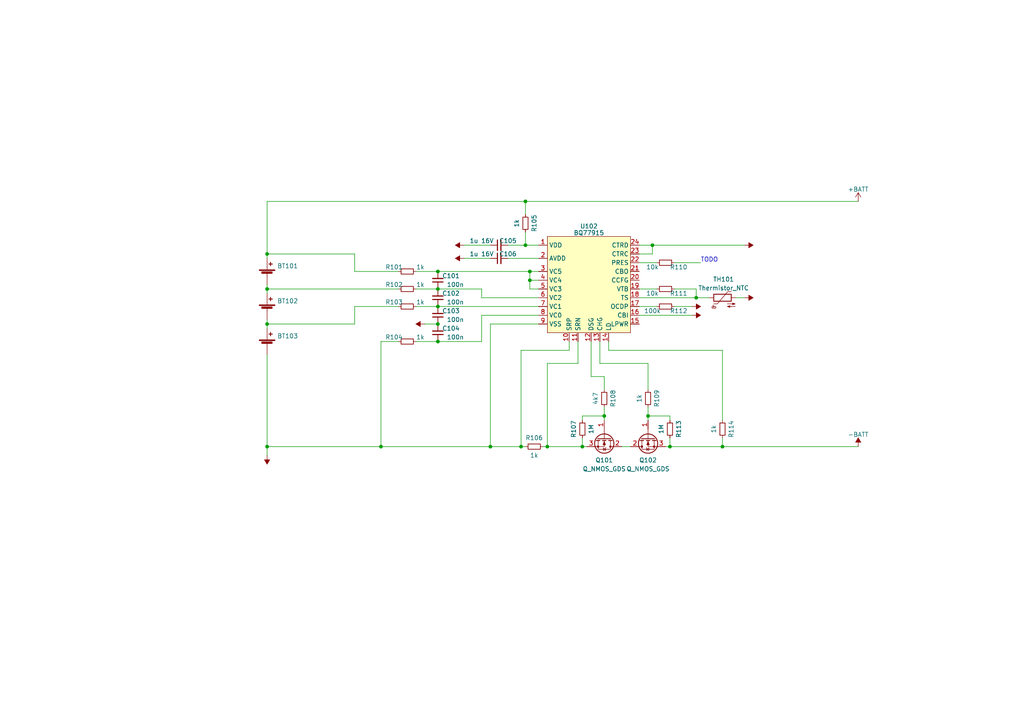
<source format=kicad_sch>
(kicad_sch (version 20230121) (generator eeschema)
  (paper "A4")
  (lib_symbols
    (symbol "Device:Battery_Cell" (pin_numbers hide) (pin_names (offset 0) hide)
      (property "Reference" "BT" (at 2.54 2.54 0))
      (property "Value" "Battery_Cell" (at 2.54 0 0))
      (symbol "Battery_Cell_0_1"
        (rectangle (start -2.286 1.778) (end 2.286 1.524) (fill (type outline)))
        (rectangle (start -1.5748 1.1938) (end 1.4732 0.6858) (fill (type outline)))
        (polyline (pts (xy 0 0.762) (xy 0 0)))
        (polyline (pts (xy 0 1.778) (xy 0 2.54)))
        (polyline (pts (xy 0.508 3.429) (xy 1.524 3.429)) (stroke (width 0.254)))
        (polyline (pts (xy 1.016 3.937) (xy 1.016 2.921)) (stroke (width 0.254)))
      )
      (symbol "Battery_Cell_1_1"
        (pin passive line (at 0 5.08 270) (length 2.54) (name "+") (number "1"))
        (pin passive line (at 0 -2.54 90) (length 2.54) (name "-") (number "2"))
      )
    )
    (symbol "Device:C_Small" (pin_numbers hide) (pin_names (offset 0.254) hide)
      (property "Reference" "C" (at 0.254 1.778 0))
      (property "Value" "C_Small" (at 0.254 -2.032 0))
      (symbol "C_Small_0_1"
        (polyline (pts (xy -1.524 -0.508) (xy 1.524 -0.508)) (stroke (width 0.3302)))
        (polyline (pts (xy -1.524 0.508) (xy 1.524 0.508)) (stroke (width 0.3048)))
      )
      (symbol "C_Small_1_1"
        (pin passive line (at 0 2.54 270) (length 2.032) (name "~") (number "1"))
        (pin passive line (at 0 -2.54 90) (length 2.032) (name "~") (number "2"))
      )
    )
    (symbol "Device:Q_NMOS_GDS" (pin_names (offset 0) hide)
      (property "Reference" "Q" (at 5.08 1.27 0))
      (property "Value" "Q_NMOS_GDS" (at 5.08 -1.27 0))
      (symbol "Q_NMOS_GDS_0_1"
        (polyline (pts (xy 0.254 0) (xy -2.54 0)))
        (polyline (pts (xy 0.254 1.905) (xy 0.254 -1.905)) (stroke (width 0.254)))
        (polyline (pts (xy 0.762 -1.27) (xy 0.762 -2.286)) (stroke (width 0.254)))
        (polyline (pts (xy 0.762 0.508) (xy 0.762 -0.508)) (stroke (width 0.254)))
        (polyline (pts (xy 0.762 2.286) (xy 0.762 1.27)) (stroke (width 0.254)))
        (polyline (pts (xy 2.54 2.54) (xy 2.54 1.778)))
        (polyline (pts (xy 2.54 -2.54) (xy 2.54 0) (xy 0.762 0)))
        (polyline (pts (xy 0.762 -1.778) (xy 3.302 -1.778) (xy 3.302 1.778) (xy 0.762 1.778)))
        (polyline (pts (xy 1.016 0) (xy 2.032 0.381) (xy 2.032 -0.381) (xy 1.016 0)) (fill (type outline)))
        (polyline (pts (xy 2.794 0.508) (xy 2.921 0.381) (xy 3.683 0.381) (xy 3.81 0.254)))
        (polyline (pts (xy 3.302 0.381) (xy 2.921 -0.254) (xy 3.683 -0.254) (xy 3.302 0.381)))
        (circle (center 1.651 0) (radius 2.794) (stroke (width 0.254)))
        (circle (center 2.54 -1.778) (radius 0.254) (fill (type outline)))
        (circle (center 2.54 1.778) (radius 0.254) (fill (type outline)))
      )
      (symbol "Q_NMOS_GDS_1_1"
        (pin input line (at -5.08 0 0) (length 2.54) (name "G") (number "1"))
        (pin passive line (at 2.54 5.08 270) (length 2.54) (name "D") (number "2"))
        (pin passive line (at 2.54 -5.08 90) (length 2.54) (name "S") (number "3"))
      )
    )
    (symbol "Device:R_Small" (pin_numbers hide) (pin_names (offset 0.254) hide)
      (property "Reference" "R" (at 0.762 0.508 0))
      (property "Value" "R_Small" (at 0.762 -1.016 0))
      (symbol "R_Small_0_1"
        (rectangle (start -0.762 1.778) (end 0.762 -1.778) (stroke (width 0.2032)))
      )
      (symbol "R_Small_1_1"
        (pin passive line (at 0 2.54 270) (length 0.762) (name "~") (number "1"))
        (pin passive line (at 0 -2.54 90) (length 0.762) (name "~") (number "2"))
      )
    )
    (symbol "Device:Thermistor_NTC" (pin_numbers hide) (pin_names (offset 0))
      (property "Reference" "TH" (at -4.445 0 90))
      (property "Value" "Thermistor_NTC" (at 3.175 0 90))
      (symbol "Thermistor_NTC_0_1"
        (arc (start -3.048 2.159) (mid -3.0495 2.3143) (end -3.175 2.413))
        (arc (start -3.048 2.159) (mid -2.9736 1.9794) (end -2.794 1.905))
        (arc (start -3.048 2.794) (mid -2.9736 2.6144) (end -2.794 2.54))
        (arc (start -2.794 1.905) (mid -2.6144 1.9794) (end -2.54 2.159))
        (arc (start -2.794 2.54) (mid -2.4393 2.5587) (end -2.159 2.794))
        (arc (start -2.794 3.048) (mid -2.9736 2.9736) (end -3.048 2.794))
        (arc (start -2.54 2.794) (mid -2.6144 2.9736) (end -2.794 3.048))
        (rectangle (start -1.016 2.54) (end 1.016 -2.54) (stroke (width 0.254)))
        (polyline (pts (xy -2.54 2.159) (xy -2.54 2.794)))
        (polyline (pts (xy -1.778 2.54) (xy -1.778 1.524) (xy 1.778 -1.524) (xy 1.778 -2.54)))
        (polyline (pts (xy -2.54 -3.683) (xy -2.54 -1.397) (xy -2.794 -2.159) (xy -2.286 -2.159) (xy -2.54 -1.397) (xy -2.54 -1.651)) (fill (type outline)))
        (polyline (pts (xy -1.778 -1.397) (xy -1.778 -3.683) (xy -2.032 -2.921) (xy -1.524 -2.921) (xy -1.778 -3.683) (xy -1.778 -3.429)) (fill (type outline)))
      )
      (symbol "Thermistor_NTC_1_1"
        (pin passive line (at 0 3.81 270) (length 1.27) (name "~") (number "1"))
        (pin passive line (at 0 -3.81 90) (length 1.27) (name "~") (number "2"))
      )
    )
    (symbol "OpenUPS_bat:BQ77915"
      (property "Reference" "U" (at 3.81 3.81 0))
      (property "Value" "BQ77915" (at 3.81 1.27 0))
      (symbol "BQ77915_0_1"
        (rectangle (start -13.97 0) (end 10.16 -27.94) (stroke (width 0.1524)) (fill (type background)))
      )
      (symbol "BQ77915_1_1"
        (pin power_in line (at -16.51 -2.54 0) (length 2.54) (name "VDD") (number "1"))
        (pin input line (at -7.62 -30.48 90) (length 2.54) (name "SRP") (number "10"))
        (pin input line (at -5.08 -30.48 90) (length 2.54) (name "SRN") (number "11"))
        (pin output line (at -1.27 -30.48 90) (length 2.54) (name "DSG") (number "12"))
        (pin output line (at 1.27 -30.48 90) (length 2.54) (name "CHG") (number "13"))
        (pin input line (at 3.81 -30.48 90) (length 2.54) (name "LD") (number "14"))
        (pin output line (at 12.7 -25.4 180) (length 2.54) (name "LPWR") (number "15"))
        (pin input line (at 12.7 -22.86 180) (length 2.54) (name "CBI") (number "16"))
        (pin input line (at 12.7 -20.32 180) (length 2.54) (name "OCDP") (number "17"))
        (pin input line (at 12.7 -17.78 180) (length 2.54) (name "TS") (number "18"))
        (pin output line (at 12.7 -15.24 180) (length 2.54) (name "VTB") (number "19"))
        (pin power_out line (at -16.51 -6.35 0) (length 2.54) (name "AVDD") (number "2"))
        (pin input line (at 12.7 -12.7 180) (length 2.54) (name "CCFG") (number "20"))
        (pin output line (at 12.7 -10.16 180) (length 2.54) (name "CBO") (number "21"))
        (pin input line (at 12.7 -7.62 180) (length 2.54) (name "PRES") (number "22"))
        (pin input line (at 12.7 -5.08 180) (length 2.54) (name "CTRC") (number "23"))
        (pin input line (at 12.7 -2.54 180) (length 2.54) (name "CTRD") (number "24"))
        (pin input line (at -16.51 -10.16 0) (length 2.54) (name "VC5") (number "3"))
        (pin input line (at -16.51 -12.7 0) (length 2.54) (name "VC4") (number "4"))
        (pin input line (at -16.51 -15.24 0) (length 2.54) (name "VC3") (number "5"))
        (pin input line (at -16.51 -17.78 0) (length 2.54) (name "VC2") (number "6"))
        (pin input line (at -16.51 -20.32 0) (length 2.54) (name "VC1") (number "7"))
        (pin input line (at -16.51 -22.86 0) (length 2.54) (name "VC0") (number "8"))
        (pin power_in line (at -16.51 -25.4 0) (length 2.54) (name "VSS") (number "9"))
      )
    )
    (symbol "power:+BATT" (power) (pin_names (offset 0))
      (property "Value" "+BATT" (at 0 3.556 0))
      (symbol "+BATT_0_1"
        (polyline (pts (xy -0.762 1.27) (xy 0 2.54)))
        (polyline (pts (xy 0 0) (xy 0 2.54)))
        (polyline (pts (xy 0 2.54) (xy 0.762 1.27)))
      )
      (symbol "+BATT_1_1"
        (pin power_in line (at 0 0 90) (length 0) hide (name "+BATT") (number "1"))
      )
    )
    (symbol "power:-BATT" (power) (pin_names (offset 0))
      (property "Value" "-BATT" (at 0 3.556 0))
      (symbol "-BATT_0_1"
        (polyline (pts (xy 0 0) (xy 0 2.54)))
        (polyline (pts (xy 0.762 1.27) (xy -0.762 1.27) (xy 0 2.54) (xy 0.762 1.27)) (fill (type outline)))
      )
      (symbol "-BATT_1_1"
        (pin power_in line (at 0 0 90) (length 0) hide (name "-BATT") (number "1"))
      )
    )
  )
  (junction (at 187.96 120.65))
  (junction (at 209.55 129.54))
  (junction (at 77.47 129.54))
  (junction (at 127 99.06))
  (junction (at 153.67 81.28))
  (junction (at 152.4 58.42))
  (junction (at 127 83.82))
  (junction (at 127 78.74))
  (junction (at 158.75 129.54))
  (junction (at 152.4 71.12))
  (junction (at 151.13 129.54))
  (junction (at 77.47 83.82))
  (junction (at 127 93.98))
  (junction (at 153.67 78.74))
  (junction (at 77.47 93.98))
  (junction (at 142.24 129.54))
  (junction (at 201.93 86.36))
  (junction (at 194.31 129.54))
  (junction (at 168.91 129.54))
  (junction (at 77.47 73.66))
  (junction (at 110.49 129.54))
  (junction (at 127 88.9))
  (junction (at 189.23 71.12))
  (junction (at 175.26 120.65))
  (wire (pts (xy 139.7 99.06) (xy 127 99.06)))
  (wire (pts (xy 147.32 74.93) (xy 156.21 74.93)))
  (wire (pts (xy 195.58 76.2) (xy 203.2 76.2)))
  (wire (pts (xy 167.64 99.06) (xy 167.64 105.41)))
  (wire (pts (xy 171.45 99.06) (xy 171.45 109.22)))
  (wire (pts (xy 110.49 99.06) (xy 110.49 129.54)))
  (wire (pts (xy 120.65 78.74) (xy 127 78.74)))
  (wire (pts (xy 158.75 129.54) (xy 157.48 129.54)))
  (wire (pts (xy 127 78.74) (xy 153.67 78.74)))
  (wire (pts (xy 110.49 129.54) (xy 142.24 129.54)))
  (wire (pts (xy 152.4 129.54) (xy 151.13 129.54)))
  (wire (pts (xy 194.31 120.65) (xy 187.96 120.65)))
  (wire (pts (xy 77.47 82.55) (xy 77.47 83.82)))
  (wire (pts (xy 142.24 93.98) (xy 142.24 129.54)))
  (wire (pts (xy 180.34 129.54) (xy 182.88 129.54)))
  (wire (pts (xy 77.47 58.42) (xy 152.4 58.42)))
  (wire (pts (xy 156.21 93.98) (xy 142.24 93.98)))
  (wire (pts (xy 185.42 83.82) (xy 190.5 83.82)))
  (wire (pts (xy 102.87 93.98) (xy 102.87 88.9)))
  (wire (pts (xy 194.31 129.54) (xy 193.04 129.54)))
  (wire (pts (xy 142.24 129.54) (xy 151.13 129.54)))
  (wire (pts (xy 185.42 76.2) (xy 190.5 76.2)))
  (wire (pts (xy 195.58 83.82) (xy 201.93 83.82)))
  (wire (pts (xy 171.45 109.22) (xy 175.26 109.22)))
  (wire (pts (xy 77.47 92.71) (xy 77.47 93.98)))
  (wire (pts (xy 165.1 101.6) (xy 165.1 99.06)))
  (wire (pts (xy 120.65 83.82) (xy 127 83.82)))
  (wire (pts (xy 194.31 129.54) (xy 209.55 129.54)))
  (wire (pts (xy 152.4 58.42) (xy 248.92 58.42)))
  (wire (pts (xy 187.96 120.65) (xy 187.96 121.92)))
  (wire (pts (xy 120.65 99.06) (xy 127 99.06)))
  (wire (pts (xy 168.91 120.65) (xy 175.26 120.65)))
  (wire (pts (xy 156.21 83.82) (xy 153.67 83.82)))
  (wire (pts (xy 77.47 83.82) (xy 77.47 85.09)))
  (wire (pts (xy 153.67 83.82) (xy 153.67 81.28)))
  (wire (pts (xy 77.47 73.66) (xy 102.87 73.66)))
  (wire (pts (xy 175.26 109.22) (xy 175.26 113.03)))
  (wire (pts (xy 185.42 86.36) (xy 201.93 86.36)))
  (wire (pts (xy 194.31 127) (xy 194.31 129.54)))
  (wire (pts (xy 102.87 88.9) (xy 115.57 88.9)))
  (wire (pts (xy 77.47 129.54) (xy 77.47 132.08)))
  (wire (pts (xy 77.47 129.54) (xy 110.49 129.54)))
  (wire (pts (xy 77.47 93.98) (xy 102.87 93.98)))
  (wire (pts (xy 152.4 71.12) (xy 156.21 71.12)))
  (wire (pts (xy 156.21 86.36) (xy 139.7 86.36)))
  (wire (pts (xy 185.42 88.9) (xy 190.5 88.9)))
  (wire (pts (xy 153.67 81.28) (xy 153.67 78.74)))
  (wire (pts (xy 77.47 93.98) (xy 77.47 95.25)))
  (wire (pts (xy 77.47 74.93) (xy 77.47 73.66)))
  (wire (pts (xy 185.42 91.44) (xy 200.66 91.44)))
  (wire (pts (xy 175.26 120.65) (xy 175.26 121.92)))
  (wire (pts (xy 158.75 129.54) (xy 168.91 129.54)))
  (wire (pts (xy 151.13 101.6) (xy 165.1 101.6)))
  (wire (pts (xy 185.42 73.66) (xy 189.23 73.66)))
  (wire (pts (xy 201.93 83.82) (xy 201.93 86.36)))
  (wire (pts (xy 156.21 81.28) (xy 153.67 81.28)))
  (wire (pts (xy 194.31 121.92) (xy 194.31 120.65)))
  (wire (pts (xy 173.99 105.41) (xy 187.96 105.41)))
  (wire (pts (xy 139.7 91.44) (xy 139.7 99.06)))
  (wire (pts (xy 176.53 101.6) (xy 209.55 101.6)))
  (wire (pts (xy 139.7 86.36) (xy 139.7 83.82)))
  (wire (pts (xy 175.26 120.65) (xy 175.26 118.11)))
  (wire (pts (xy 153.67 78.74) (xy 156.21 78.74)))
  (wire (pts (xy 147.32 71.12) (xy 152.4 71.12)))
  (wire (pts (xy 77.47 83.82) (xy 115.57 83.82)))
  (wire (pts (xy 195.58 88.9) (xy 200.66 88.9)))
  (wire (pts (xy 167.64 105.41) (xy 158.75 105.41)))
  (wire (pts (xy 139.7 83.82) (xy 127 83.82)))
  (wire (pts (xy 77.47 102.87) (xy 77.47 129.54)))
  (wire (pts (xy 209.55 127) (xy 209.55 129.54)))
  (wire (pts (xy 123.19 93.98) (xy 127 93.98)))
  (wire (pts (xy 189.23 71.12) (xy 215.9 71.12)))
  (wire (pts (xy 120.65 88.9) (xy 127 88.9)))
  (wire (pts (xy 77.47 73.66) (xy 77.47 58.42)))
  (wire (pts (xy 152.4 67.31) (xy 152.4 71.12)))
  (wire (pts (xy 185.42 71.12) (xy 189.23 71.12)))
  (wire (pts (xy 189.23 73.66) (xy 189.23 71.12)))
  (wire (pts (xy 248.92 129.54) (xy 209.55 129.54)))
  (wire (pts (xy 209.55 101.6) (xy 209.55 121.92)))
  (wire (pts (xy 187.96 105.41) (xy 187.96 113.03)))
  (wire (pts (xy 110.49 99.06) (xy 115.57 99.06)))
  (wire (pts (xy 213.36 86.36) (xy 215.9 86.36)))
  (wire (pts (xy 168.91 127) (xy 168.91 129.54)))
  (wire (pts (xy 187.96 120.65) (xy 187.96 118.11)))
  (wire (pts (xy 158.75 105.41) (xy 158.75 129.54)))
  (wire (pts (xy 127 88.9) (xy 156.21 88.9)))
  (wire (pts (xy 102.87 73.66) (xy 102.87 78.74)))
  (wire (pts (xy 102.87 78.74) (xy 115.57 78.74)))
  (wire (pts (xy 168.91 121.92) (xy 168.91 120.65)))
  (wire (pts (xy 201.93 86.36) (xy 205.74 86.36)))
  (wire (pts (xy 168.91 129.54) (xy 170.18 129.54)))
  (wire (pts (xy 176.53 99.06) (xy 176.53 101.6)))
  (wire (pts (xy 173.99 99.06) (xy 173.99 105.41)))
  (wire (pts (xy 156.21 91.44) (xy 139.7 91.44)))
  (wire (pts (xy 134.62 71.12) (xy 142.24 71.12)))
  (wire (pts (xy 134.62 74.93) (xy 142.24 74.93)))
  (wire (pts (xy 151.13 129.54) (xy 151.13 101.6)))
  (wire (pts (xy 152.4 62.23) (xy 152.4 58.42)))
  (text "TODO" (at 203.2 76.2 0) (effects (font (size 1.27 1.27)) (justify left bottom)))
  (symbol (lib_id "Device:C_Small") (at 127 86.36 180) (unit 1)
    (property "Reference" "C102" (at 130.81 85.09 0))
    (property "Value" "100n" (at 132.08 87.63 0))
    (property "Footprint" "Capacitor_SMD:C_0603_1608Metric" (effects hide))
  )
  (symbol (lib_id "Device:R_Small") (at 175.26 115.57 180) (unit 1)
    (property "Reference" "R108" (at 177.8 115.57 90))
    (property "Value" "4k7" (at 172.72 115.57 90))
    (property "Footprint" "Resistor_SMD:R_0603_1608Metric" (effects hide))
  )
  (symbol (lib_id "Device:R_Small") (at 168.91 124.46 0) (unit 1)
    (property "Reference" "R107" (at 166.37 124.46 90))
    (property "Value" "1M" (at 171.45 124.46 90))
    (property "Footprint" "Resistor_SMD:R_0603_1608Metric" (effects hide))
  )
  (symbol (lib_id "OpenUPS_bat:BQ77915") (at 172.72 68.58 0) (unit 1)
    (property "Reference" "U102" (at 170.815 65.6209 0))
    (property "Value" "BQ77915" (at 170.815 67.5419 0))
    (property "Footprint" "Package_SO:TSSOP-24_4.4x7.8mm_P0.65mm" (effects hide))
    (property "Datasheet" "https://www.ti.com/lit/ds/symlink/bq77915.pdf?ts=1680349808657&ref_url=https%253A%252F%252Fwww.ti.com%252Fpower-management%252Fbattery-management%252Fprotectors%252Fproducts.html" (effects hide))
  )
  (symbol (lib_id "Device:Battery_Cell") (at 77.47 80.01 0) (unit 1)
    (property "Reference" "BT101" (at 80.391 77.1433 0) (effects (justify left)))
    (property "Value" "Battery_Cell" (effects hide))
  )
  (symbol (lib_id "Device:R_Small") (at 194.31 124.46 0) (mirror y) (unit 1)
    (property "Reference" "R113" (at 196.85 124.46 90))
    (property "Value" "1M" (at 191.77 124.46 90))
    (property "Footprint" "Resistor_SMD:R_0603_1608Metric" (effects hide))
  )
  (symbol (lib_id "Device:R_Small") (at 193.04 83.82 270) (unit 1)
    (property "Reference" "R111" (at 196.85 85.09 90))
    (property "Value" "10k" (at 189.23 85.09 90))
    (property "Footprint" "Resistor_SMD:R_0603_1608Metric" (effects hide))
  )
  (symbol (lib_id "Device:Battery_Cell") (at 77.47 100.33 0) (unit 1)
    (property "Reference" "BT103" (at 80.391 97.4633 0) (effects (justify left)))
    (property "Value" "Battery_Cell" (effects hide))
  )
  (symbol (lib_id "Device:R_Small") (at 154.94 129.54 270) (unit 1)
    (property "Reference" "R106" (at 154.94 127 90))
    (property "Value" "1k" (at 154.94 132.08 90))
    (property "Footprint" "Resistor_SMD:R_0603_1608Metric" (effects hide))
  )
  (symbol (lib_id "Device:C_Small") (at 144.78 74.93 90) (unit 1)
    (property "Reference" "C106" (at 147.32 73.66 90))
    (property "Value" "1u 16V" (at 139.7 73.66 90))
    (property "Footprint" "Capacitor_SMD:C_0603_1608Metric" (effects hide))
  )
  (symbol (lib_id "power:-BATT") (at 215.9 71.12 270) (unit 1)
    (property "Reference" "#PWR0107" (effects hide))
    (property "Value" "-BATT" (effects hide))
  )
  (symbol (lib_id "Device:R_Small") (at 152.4 64.77 180) (unit 1)
    (property "Reference" "R105" (at 154.94 64.77 90))
    (property "Value" "1k" (at 149.86 64.77 90))
    (property "Footprint" "Resistor_SMD:R_0603_1608Metric" (effects hide))
  )
  (symbol (lib_id "Device:C_Small") (at 127 96.52 180) (unit 1)
    (property "Reference" "C104" (at 130.81 95.25 0))
    (property "Value" "100n" (at 132.08 97.79 0))
    (property "Footprint" "Capacitor_SMD:C_0603_1608Metric" (effects hide))
  )
  (symbol (lib_id "Device:Q_NMOS_GDS") (at 187.96 127 90) (mirror x) (unit 1)
    (property "Reference" "Q102" (at 187.96 133.4754 90))
    (property "Value" "Q_NMOS_GDS" (at 187.96 136.0123 90))
    (property "Footprint" "Package_TO_SOT_SMD:TO-263-2" (effects hide))
  )
  (symbol (lib_id "Device:Battery_Cell") (at 77.47 90.17 0) (unit 1)
    (property "Reference" "BT102" (at 80.391 87.3033 0) (effects (justify left)))
    (property "Value" "Battery_Cell" (effects hide))
  )
  (symbol (lib_id "Device:R_Small") (at 118.11 88.9 270) (unit 1)
    (property "Reference" "R103" (at 114.3 87.63 90))
    (property "Value" "1k" (at 121.92 87.63 90))
    (property "Footprint" "Resistor_SMD:R_0603_1608Metric" (effects hide))
  )
  (symbol (lib_id "Device:R_Small") (at 209.55 124.46 0) (mirror y) (unit 1)
    (property "Reference" "R114" (at 212.09 124.46 90))
    (property "Value" "1k" (at 207.01 124.46 90))
    (property "Footprint" "Resistor_SMD:R_0603_1608Metric" (effects hide))
  )
  (symbol (lib_id "power:-BATT") (at 134.62 71.12 90) (unit 1)
    (property "Reference" "#PWR0103" (effects hide))
    (property "Value" "-BATT" (effects hide))
  )
  (symbol (lib_id "power:-BATT") (at 77.47 132.08 180) (unit 1)
    (property "Reference" "#PWR0101" (effects hide))
    (property "Value" "-BATT" (effects hide))
  )
  (symbol (lib_id "Device:R_Small") (at 193.04 88.9 270) (unit 1)
    (property "Reference" "R112" (at 196.85 90.17 90))
    (property "Value" "100k" (at 189.23 90.17 90))
    (property "Footprint" "Resistor_SMD:R_0603_1608Metric" (effects hide))
  )
  (symbol (lib_id "power:-BATT") (at 200.66 88.9 270) (unit 1)
    (property "Reference" "#PWR0105" (effects hide))
    (property "Value" "-BATT" (effects hide))
  )
  (symbol (lib_id "power:-BATT") (at 200.66 91.44 270) (unit 1)
    (property "Reference" "#PWR0106" (effects hide))
    (property "Value" "-BATT" (effects hide))
  )
  (symbol (lib_id "Device:R_Small") (at 118.11 83.82 270) (unit 1)
    (property "Reference" "R102" (at 114.3 82.55 90))
    (property "Value" "1k" (at 121.92 82.55 90))
    (property "Footprint" "Resistor_SMD:R_0603_1608Metric" (effects hide))
  )
  (symbol (lib_id "Device:R_Small") (at 187.96 115.57 0) (mirror y) (unit 1)
    (property "Reference" "R109" (at 190.5 115.57 90))
    (property "Value" "1k" (at 185.42 115.57 90))
    (property "Footprint" "Resistor_SMD:R_0603_1608Metric" (effects hide))
  )
  (symbol (lib_id "Device:Q_NMOS_GDS") (at 175.26 127 270) (unit 1)
    (property "Reference" "Q101" (at 175.26 133.4754 90))
    (property "Value" "Q_NMOS_GDS" (at 175.26 136.0123 90))
    (property "Footprint" "Package_TO_SOT_SMD:TO-263-2" (effects hide))
  )
  (symbol (lib_id "Device:R_Small") (at 118.11 99.06 270) (unit 1)
    (property "Reference" "R104" (at 114.3 97.79 90))
    (property "Value" "1k" (at 121.92 97.79 90))
    (property "Footprint" "Resistor_SMD:R_0603_1608Metric" (effects hide))
  )
  (symbol (lib_id "power:+BATT") (at 248.92 58.42 0) (unit 1)
    (property "Reference" "#PWR0110" (effects hide))
    (property "Value" "+BATT" (at 248.92 54.9181 0))
  )
  (symbol (lib_id "power:-BATT") (at 123.19 93.98 90) (unit 1)
    (property "Reference" "#PWR0102" (effects hide))
    (property "Value" "-BATT" (effects hide))
  )
  (symbol (lib_id "Device:C_Small") (at 144.78 71.12 90) (unit 1)
    (property "Reference" "C105" (at 147.32 69.85 90))
    (property "Value" "1u 16V" (at 139.7 69.85 90))
    (property "Footprint" "Capacitor_SMD:C_0603_1608Metric" (effects hide))
  )
  (symbol (lib_id "power:-BATT") (at 248.92 129.54 0) (unit 1)
    (property "Reference" "#PWR0109" (effects hide))
    (property "Value" "-BATT" (at 248.92 126.0381 0))
  )
  (symbol (lib_id "Device:Thermistor_NTC") (at 209.55 86.36 90) (unit 1)
    (property "Reference" "TH101" (at 209.8675 81.0092 90))
    (property "Value" "Thermistor_NTC" (at 209.8675 83.5461 90))
  )
  (symbol (lib_id "Device:C_Small") (at 127 81.28 180) (unit 1)
    (property "Reference" "C101" (at 130.81 80.01 0))
    (property "Value" "100n" (at 132.08 82.55 0))
    (property "Footprint" "Capacitor_SMD:C_0603_1608Metric" (effects hide))
  )
  (symbol (lib_id "Device:C_Small") (at 127 91.44 180) (unit 1)
    (property "Reference" "C103" (at 130.81 90.17 0))
    (property "Value" "100n" (at 132.08 92.71 0))
    (property "Footprint" "Capacitor_SMD:C_0603_1608Metric" (effects hide))
  )
  (symbol (lib_id "power:-BATT") (at 215.9 86.36 270) (unit 1)
    (property "Reference" "#PWR0108" (effects hide))
    (property "Value" "-BATT" (effects hide))
  )
  (symbol (lib_id "power:-BATT") (at 134.62 74.93 90) (unit 1)
    (property "Reference" "#PWR0104" (effects hide))
    (property "Value" "-BATT" (effects hide))
  )
  (symbol (lib_id "Device:R_Small") (at 193.04 76.2 270) (unit 1)
    (property "Reference" "R110" (at 196.85 77.47 90))
    (property "Value" "10k" (at 189.23 77.47 90))
    (property "Footprint" "Resistor_SMD:R_0603_1608Metric" (effects hide))
  )
  (symbol (lib_id "Device:R_Small") (at 118.11 78.74 270) (unit 1)
    (property "Reference" "R101" (at 114.3 77.47 90))
    (property "Value" "1k" (at 121.92 77.47 90))
    (property "Footprint" "Resistor_SMD:R_0603_1608Metric" (effects hide))
  )
)
</source>
